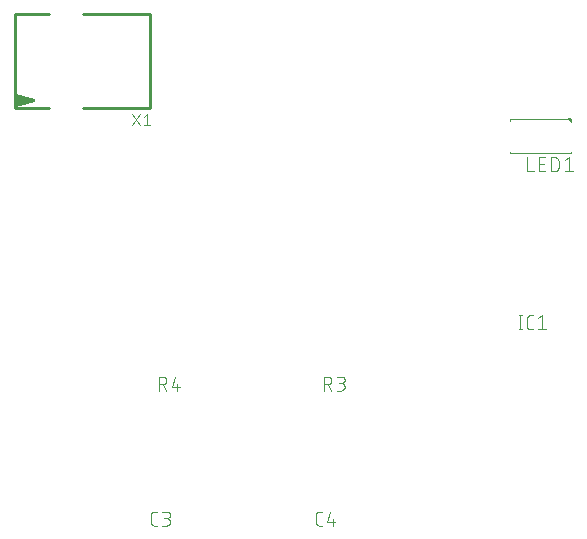
<source format=gbr>
G04 EAGLE Gerber RS-274X export*
G75*
%MOMM*%
%FSLAX34Y34*%
%LPD*%
%INSilkscreen Top*%
%IPPOS*%
%AMOC8*
5,1,8,0,0,1.08239X$1,22.5*%
G01*
%ADD10C,0.101600*%
%ADD11C,0.100000*%
%ADD12C,0.076200*%
%ADD13C,0.254000*%

G36*
X25424Y659394D02*
X25424Y659394D01*
X25516Y659391D01*
X25620Y659419D01*
X25692Y659428D01*
X41566Y664191D01*
X41686Y664246D01*
X41806Y664298D01*
X41814Y664305D01*
X41824Y664310D01*
X41923Y664396D01*
X42025Y664480D01*
X42031Y664489D01*
X42039Y664496D01*
X42111Y664606D01*
X42185Y664715D01*
X42188Y664725D01*
X42194Y664734D01*
X42232Y664860D01*
X42273Y664985D01*
X42274Y664995D01*
X42277Y665006D01*
X42279Y665138D01*
X42284Y665269D01*
X42281Y665279D01*
X42281Y665290D01*
X42247Y665417D01*
X42215Y665545D01*
X42209Y665554D01*
X42207Y665564D01*
X42138Y665676D01*
X42072Y665790D01*
X42064Y665798D01*
X42059Y665807D01*
X41962Y665896D01*
X41867Y665987D01*
X41858Y665992D01*
X41849Y665999D01*
X41595Y666126D01*
X41578Y666129D01*
X41566Y666135D01*
X25692Y670897D01*
X25629Y670907D01*
X25568Y670926D01*
X25489Y670928D01*
X25411Y670940D01*
X25347Y670932D01*
X25284Y670934D01*
X25207Y670914D01*
X25129Y670903D01*
X25070Y670878D01*
X25009Y670862D01*
X24941Y670821D01*
X24868Y670790D01*
X24819Y670749D01*
X24764Y670717D01*
X24710Y670659D01*
X24649Y670608D01*
X24613Y670556D01*
X24570Y670509D01*
X24534Y670439D01*
X24489Y670373D01*
X24469Y670313D01*
X24440Y670256D01*
X24429Y670191D01*
X24401Y670103D01*
X24397Y669996D01*
X24385Y669925D01*
X24385Y660400D01*
X24394Y660337D01*
X24393Y660273D01*
X24414Y660197D01*
X24425Y660119D01*
X24451Y660060D01*
X24467Y659999D01*
X24509Y659931D01*
X24541Y659859D01*
X24582Y659810D01*
X24615Y659756D01*
X24673Y659702D01*
X24725Y659642D01*
X24778Y659607D01*
X24825Y659564D01*
X24895Y659528D01*
X24961Y659485D01*
X25022Y659465D01*
X25079Y659437D01*
X25157Y659423D01*
X25232Y659399D01*
X25296Y659397D01*
X25359Y659386D01*
X25424Y659394D01*
G37*
G36*
X495912Y646302D02*
X495912Y646302D01*
X495917Y646301D01*
X496008Y646323D01*
X496102Y646344D01*
X496106Y646346D01*
X496110Y646347D01*
X496186Y646403D01*
X496265Y646459D01*
X496267Y646462D01*
X496270Y646465D01*
X496319Y646547D01*
X496369Y646628D01*
X496369Y646632D01*
X496372Y646636D01*
X496399Y646800D01*
X496399Y649500D01*
X496398Y649508D01*
X496399Y649517D01*
X496378Y649605D01*
X496360Y649695D01*
X496355Y649702D01*
X496353Y649710D01*
X496299Y649783D01*
X496247Y649859D01*
X496240Y649863D01*
X496235Y649870D01*
X496157Y649917D01*
X496080Y649966D01*
X496071Y649967D01*
X496064Y649972D01*
X495900Y649999D01*
X493200Y649999D01*
X493196Y649998D01*
X493192Y649999D01*
X493098Y649979D01*
X493005Y649960D01*
X493002Y649957D01*
X492998Y649956D01*
X492920Y649901D01*
X492841Y649847D01*
X492839Y649844D01*
X492836Y649841D01*
X492786Y649760D01*
X492734Y649680D01*
X492733Y649675D01*
X492731Y649672D01*
X492717Y649578D01*
X492701Y649483D01*
X492702Y649479D01*
X492701Y649475D01*
X492725Y649383D01*
X492747Y649290D01*
X492750Y649287D01*
X492751Y649283D01*
X492847Y649147D01*
X495547Y646447D01*
X495551Y646445D01*
X495553Y646441D01*
X495633Y646390D01*
X495713Y646337D01*
X495717Y646336D01*
X495720Y646334D01*
X495814Y646318D01*
X495908Y646301D01*
X495912Y646302D01*
G37*
D10*
X145401Y305308D02*
X142804Y305308D01*
X142705Y305310D01*
X142605Y305316D01*
X142506Y305325D01*
X142408Y305338D01*
X142310Y305355D01*
X142212Y305376D01*
X142116Y305401D01*
X142021Y305429D01*
X141927Y305461D01*
X141834Y305496D01*
X141742Y305535D01*
X141652Y305578D01*
X141564Y305623D01*
X141477Y305673D01*
X141393Y305725D01*
X141310Y305781D01*
X141230Y305839D01*
X141152Y305901D01*
X141077Y305966D01*
X141004Y306034D01*
X140934Y306104D01*
X140866Y306177D01*
X140801Y306252D01*
X140739Y306330D01*
X140681Y306410D01*
X140625Y306493D01*
X140573Y306577D01*
X140523Y306664D01*
X140478Y306752D01*
X140435Y306842D01*
X140396Y306934D01*
X140361Y307027D01*
X140329Y307121D01*
X140301Y307216D01*
X140276Y307312D01*
X140255Y307410D01*
X140238Y307508D01*
X140225Y307606D01*
X140216Y307705D01*
X140210Y307805D01*
X140208Y307904D01*
X140208Y314396D01*
X140210Y314495D01*
X140216Y314595D01*
X140225Y314694D01*
X140238Y314792D01*
X140255Y314890D01*
X140276Y314988D01*
X140301Y315084D01*
X140329Y315179D01*
X140361Y315273D01*
X140396Y315366D01*
X140435Y315458D01*
X140478Y315548D01*
X140523Y315636D01*
X140573Y315723D01*
X140625Y315807D01*
X140681Y315890D01*
X140739Y315970D01*
X140801Y316048D01*
X140866Y316123D01*
X140934Y316196D01*
X141004Y316266D01*
X141077Y316334D01*
X141152Y316399D01*
X141230Y316461D01*
X141310Y316519D01*
X141393Y316575D01*
X141477Y316627D01*
X141564Y316677D01*
X141652Y316722D01*
X141742Y316765D01*
X141834Y316804D01*
X141926Y316839D01*
X142021Y316871D01*
X142116Y316899D01*
X142212Y316924D01*
X142310Y316945D01*
X142408Y316962D01*
X142506Y316975D01*
X142605Y316984D01*
X142705Y316990D01*
X142804Y316992D01*
X145401Y316992D01*
X149766Y305308D02*
X153012Y305308D01*
X153125Y305310D01*
X153238Y305316D01*
X153351Y305326D01*
X153464Y305340D01*
X153576Y305357D01*
X153687Y305379D01*
X153797Y305404D01*
X153907Y305434D01*
X154015Y305467D01*
X154122Y305504D01*
X154228Y305544D01*
X154332Y305589D01*
X154435Y305637D01*
X154536Y305688D01*
X154635Y305743D01*
X154732Y305801D01*
X154827Y305863D01*
X154920Y305928D01*
X155010Y305996D01*
X155098Y306067D01*
X155184Y306142D01*
X155267Y306219D01*
X155347Y306299D01*
X155424Y306382D01*
X155499Y306468D01*
X155570Y306556D01*
X155638Y306646D01*
X155703Y306739D01*
X155765Y306834D01*
X155823Y306931D01*
X155878Y307030D01*
X155929Y307131D01*
X155977Y307234D01*
X156022Y307338D01*
X156062Y307444D01*
X156099Y307551D01*
X156132Y307659D01*
X156162Y307769D01*
X156187Y307879D01*
X156209Y307990D01*
X156226Y308102D01*
X156240Y308215D01*
X156250Y308328D01*
X156256Y308441D01*
X156258Y308554D01*
X156256Y308667D01*
X156250Y308780D01*
X156240Y308893D01*
X156226Y309006D01*
X156209Y309118D01*
X156187Y309229D01*
X156162Y309339D01*
X156132Y309449D01*
X156099Y309557D01*
X156062Y309664D01*
X156022Y309770D01*
X155977Y309874D01*
X155929Y309977D01*
X155878Y310078D01*
X155823Y310177D01*
X155765Y310274D01*
X155703Y310369D01*
X155638Y310462D01*
X155570Y310552D01*
X155499Y310640D01*
X155424Y310726D01*
X155347Y310809D01*
X155267Y310889D01*
X155184Y310966D01*
X155098Y311041D01*
X155010Y311112D01*
X154920Y311180D01*
X154827Y311245D01*
X154732Y311307D01*
X154635Y311365D01*
X154536Y311420D01*
X154435Y311471D01*
X154332Y311519D01*
X154228Y311564D01*
X154122Y311604D01*
X154015Y311641D01*
X153907Y311674D01*
X153797Y311704D01*
X153687Y311729D01*
X153576Y311751D01*
X153464Y311768D01*
X153351Y311782D01*
X153238Y311792D01*
X153125Y311798D01*
X153012Y311800D01*
X153661Y316992D02*
X149766Y316992D01*
X153661Y316992D02*
X153762Y316990D01*
X153862Y316984D01*
X153962Y316974D01*
X154062Y316961D01*
X154161Y316943D01*
X154260Y316922D01*
X154357Y316897D01*
X154454Y316868D01*
X154549Y316835D01*
X154643Y316799D01*
X154735Y316759D01*
X154826Y316716D01*
X154915Y316669D01*
X155002Y316619D01*
X155088Y316565D01*
X155171Y316508D01*
X155251Y316448D01*
X155330Y316385D01*
X155406Y316318D01*
X155479Y316249D01*
X155549Y316177D01*
X155617Y316103D01*
X155682Y316026D01*
X155743Y315946D01*
X155802Y315864D01*
X155857Y315780D01*
X155909Y315694D01*
X155958Y315606D01*
X156003Y315516D01*
X156045Y315424D01*
X156083Y315331D01*
X156117Y315236D01*
X156148Y315141D01*
X156175Y315044D01*
X156198Y314946D01*
X156218Y314847D01*
X156233Y314747D01*
X156245Y314647D01*
X156253Y314547D01*
X156257Y314446D01*
X156257Y314346D01*
X156253Y314245D01*
X156245Y314145D01*
X156233Y314045D01*
X156218Y313945D01*
X156198Y313846D01*
X156175Y313748D01*
X156148Y313651D01*
X156117Y313556D01*
X156083Y313461D01*
X156045Y313368D01*
X156003Y313276D01*
X155958Y313186D01*
X155909Y313098D01*
X155857Y313012D01*
X155802Y312928D01*
X155743Y312846D01*
X155682Y312766D01*
X155617Y312689D01*
X155549Y312615D01*
X155479Y312543D01*
X155406Y312474D01*
X155330Y312407D01*
X155251Y312344D01*
X155171Y312284D01*
X155088Y312227D01*
X155002Y312173D01*
X154915Y312123D01*
X154826Y312076D01*
X154735Y312033D01*
X154643Y311993D01*
X154549Y311957D01*
X154454Y311924D01*
X154357Y311895D01*
X154260Y311870D01*
X154161Y311849D01*
X154062Y311831D01*
X153962Y311818D01*
X153862Y311808D01*
X153762Y311802D01*
X153661Y311800D01*
X153661Y311799D02*
X151064Y311799D01*
X282504Y305308D02*
X285101Y305308D01*
X282504Y305308D02*
X282405Y305310D01*
X282305Y305316D01*
X282206Y305325D01*
X282108Y305338D01*
X282010Y305355D01*
X281912Y305376D01*
X281816Y305401D01*
X281721Y305429D01*
X281627Y305461D01*
X281534Y305496D01*
X281442Y305535D01*
X281352Y305578D01*
X281264Y305623D01*
X281177Y305673D01*
X281093Y305725D01*
X281010Y305781D01*
X280930Y305839D01*
X280852Y305901D01*
X280777Y305966D01*
X280704Y306034D01*
X280634Y306104D01*
X280566Y306177D01*
X280501Y306252D01*
X280439Y306330D01*
X280381Y306410D01*
X280325Y306493D01*
X280273Y306577D01*
X280223Y306664D01*
X280178Y306752D01*
X280135Y306842D01*
X280096Y306934D01*
X280061Y307027D01*
X280029Y307121D01*
X280001Y307216D01*
X279976Y307312D01*
X279955Y307410D01*
X279938Y307508D01*
X279925Y307606D01*
X279916Y307705D01*
X279910Y307805D01*
X279908Y307904D01*
X279908Y314396D01*
X279910Y314495D01*
X279916Y314595D01*
X279925Y314694D01*
X279938Y314792D01*
X279955Y314890D01*
X279976Y314988D01*
X280001Y315084D01*
X280029Y315179D01*
X280061Y315273D01*
X280096Y315366D01*
X280135Y315458D01*
X280178Y315548D01*
X280223Y315636D01*
X280273Y315723D01*
X280325Y315807D01*
X280381Y315890D01*
X280439Y315970D01*
X280501Y316048D01*
X280566Y316123D01*
X280634Y316196D01*
X280704Y316266D01*
X280777Y316334D01*
X280852Y316399D01*
X280930Y316461D01*
X281010Y316519D01*
X281093Y316575D01*
X281177Y316627D01*
X281264Y316677D01*
X281352Y316722D01*
X281442Y316765D01*
X281534Y316804D01*
X281626Y316839D01*
X281721Y316871D01*
X281816Y316899D01*
X281912Y316924D01*
X282010Y316945D01*
X282108Y316962D01*
X282206Y316975D01*
X282305Y316984D01*
X282405Y316990D01*
X282504Y316992D01*
X285101Y316992D01*
X292063Y316992D02*
X289466Y307904D01*
X295957Y307904D01*
X294010Y310501D02*
X294010Y305308D01*
X452656Y471678D02*
X452656Y483362D01*
X451358Y471678D02*
X453954Y471678D01*
X453954Y483362D02*
X451358Y483362D01*
X461118Y471678D02*
X463714Y471678D01*
X461118Y471678D02*
X461019Y471680D01*
X460919Y471686D01*
X460820Y471695D01*
X460722Y471708D01*
X460624Y471725D01*
X460526Y471746D01*
X460430Y471771D01*
X460335Y471799D01*
X460241Y471831D01*
X460148Y471866D01*
X460056Y471905D01*
X459966Y471948D01*
X459878Y471993D01*
X459791Y472043D01*
X459707Y472095D01*
X459624Y472151D01*
X459544Y472209D01*
X459466Y472271D01*
X459391Y472336D01*
X459318Y472404D01*
X459248Y472474D01*
X459180Y472547D01*
X459115Y472622D01*
X459053Y472700D01*
X458995Y472780D01*
X458939Y472863D01*
X458887Y472947D01*
X458837Y473034D01*
X458792Y473122D01*
X458749Y473212D01*
X458710Y473304D01*
X458675Y473397D01*
X458643Y473491D01*
X458615Y473586D01*
X458590Y473682D01*
X458569Y473780D01*
X458552Y473878D01*
X458539Y473976D01*
X458530Y474075D01*
X458524Y474175D01*
X458522Y474274D01*
X458521Y474274D02*
X458521Y480766D01*
X458522Y480766D02*
X458524Y480865D01*
X458530Y480965D01*
X458539Y481064D01*
X458552Y481162D01*
X458569Y481260D01*
X458590Y481358D01*
X458615Y481454D01*
X458643Y481549D01*
X458675Y481643D01*
X458710Y481736D01*
X458749Y481828D01*
X458792Y481918D01*
X458837Y482006D01*
X458887Y482093D01*
X458939Y482177D01*
X458995Y482260D01*
X459053Y482340D01*
X459115Y482418D01*
X459180Y482493D01*
X459248Y482566D01*
X459318Y482636D01*
X459391Y482704D01*
X459466Y482769D01*
X459544Y482831D01*
X459624Y482889D01*
X459707Y482945D01*
X459791Y482997D01*
X459878Y483047D01*
X459966Y483092D01*
X460056Y483135D01*
X460148Y483174D01*
X460240Y483209D01*
X460335Y483241D01*
X460430Y483269D01*
X460526Y483294D01*
X460624Y483315D01*
X460722Y483332D01*
X460820Y483345D01*
X460919Y483354D01*
X461019Y483360D01*
X461118Y483362D01*
X463714Y483362D01*
X468080Y480766D02*
X471325Y483362D01*
X471325Y471678D01*
X468080Y471678D02*
X474571Y471678D01*
D11*
X495900Y649500D02*
X443900Y649500D01*
X443900Y622000D02*
X443900Y620500D01*
X495900Y620500D01*
X495900Y622000D01*
X443900Y648000D02*
X443900Y649500D01*
D12*
X458784Y617119D02*
X458784Y605181D01*
X464089Y605181D01*
X468690Y605181D02*
X473995Y605181D01*
X468690Y605181D02*
X468690Y617119D01*
X473995Y617119D01*
X472669Y611813D02*
X468690Y611813D01*
X478576Y617119D02*
X478576Y605181D01*
X478576Y617119D02*
X481892Y617119D01*
X482005Y617117D01*
X482118Y617111D01*
X482231Y617102D01*
X482344Y617088D01*
X482455Y617071D01*
X482567Y617050D01*
X482677Y617025D01*
X482787Y616996D01*
X482895Y616964D01*
X483002Y616928D01*
X483108Y616888D01*
X483213Y616844D01*
X483316Y616798D01*
X483418Y616747D01*
X483517Y616693D01*
X483615Y616636D01*
X483711Y616576D01*
X483804Y616512D01*
X483896Y616445D01*
X483985Y616375D01*
X484071Y616302D01*
X484155Y616226D01*
X484237Y616148D01*
X484315Y616066D01*
X484391Y615982D01*
X484464Y615896D01*
X484534Y615807D01*
X484601Y615715D01*
X484665Y615622D01*
X484725Y615526D01*
X484782Y615428D01*
X484836Y615329D01*
X484887Y615227D01*
X484933Y615124D01*
X484977Y615019D01*
X485017Y614913D01*
X485053Y614806D01*
X485085Y614698D01*
X485114Y614588D01*
X485139Y614478D01*
X485160Y614366D01*
X485177Y614255D01*
X485191Y614142D01*
X485200Y614029D01*
X485206Y613916D01*
X485208Y613803D01*
X485208Y608497D01*
X485206Y608384D01*
X485200Y608271D01*
X485191Y608158D01*
X485177Y608045D01*
X485160Y607934D01*
X485139Y607822D01*
X485114Y607712D01*
X485085Y607602D01*
X485053Y607494D01*
X485017Y607387D01*
X484977Y607281D01*
X484933Y607176D01*
X484887Y607073D01*
X484836Y606971D01*
X484782Y606872D01*
X484725Y606774D01*
X484665Y606678D01*
X484601Y606585D01*
X484534Y606493D01*
X484464Y606404D01*
X484391Y606318D01*
X484315Y606234D01*
X484237Y606152D01*
X484155Y606074D01*
X484071Y605998D01*
X483985Y605925D01*
X483896Y605855D01*
X483804Y605788D01*
X483711Y605724D01*
X483615Y605664D01*
X483517Y605607D01*
X483418Y605553D01*
X483316Y605502D01*
X483213Y605456D01*
X483108Y605412D01*
X483002Y605372D01*
X482895Y605336D01*
X482787Y605304D01*
X482677Y605275D01*
X482567Y605250D01*
X482455Y605229D01*
X482344Y605212D01*
X482231Y605198D01*
X482118Y605189D01*
X482005Y605183D01*
X481892Y605181D01*
X478576Y605181D01*
X490387Y614466D02*
X493703Y617119D01*
X493703Y605181D01*
X490387Y605181D02*
X497019Y605181D01*
D10*
X286258Y431292D02*
X286258Y419608D01*
X286258Y431292D02*
X289504Y431292D01*
X289617Y431290D01*
X289730Y431284D01*
X289843Y431274D01*
X289956Y431260D01*
X290068Y431243D01*
X290179Y431221D01*
X290289Y431196D01*
X290399Y431166D01*
X290507Y431133D01*
X290614Y431096D01*
X290720Y431056D01*
X290824Y431011D01*
X290927Y430963D01*
X291028Y430912D01*
X291127Y430857D01*
X291224Y430799D01*
X291319Y430737D01*
X291412Y430672D01*
X291502Y430604D01*
X291590Y430533D01*
X291676Y430458D01*
X291759Y430381D01*
X291839Y430301D01*
X291916Y430218D01*
X291991Y430132D01*
X292062Y430044D01*
X292130Y429954D01*
X292195Y429861D01*
X292257Y429766D01*
X292315Y429669D01*
X292370Y429570D01*
X292421Y429469D01*
X292469Y429366D01*
X292514Y429262D01*
X292554Y429156D01*
X292591Y429049D01*
X292624Y428941D01*
X292654Y428831D01*
X292679Y428721D01*
X292701Y428610D01*
X292718Y428498D01*
X292732Y428385D01*
X292742Y428272D01*
X292748Y428159D01*
X292750Y428046D01*
X292748Y427933D01*
X292742Y427820D01*
X292732Y427707D01*
X292718Y427594D01*
X292701Y427482D01*
X292679Y427371D01*
X292654Y427261D01*
X292624Y427151D01*
X292591Y427043D01*
X292554Y426936D01*
X292514Y426830D01*
X292469Y426726D01*
X292421Y426623D01*
X292370Y426522D01*
X292315Y426423D01*
X292257Y426326D01*
X292195Y426231D01*
X292130Y426138D01*
X292062Y426048D01*
X291991Y425960D01*
X291916Y425874D01*
X291839Y425791D01*
X291759Y425711D01*
X291676Y425634D01*
X291590Y425559D01*
X291502Y425488D01*
X291412Y425420D01*
X291319Y425355D01*
X291224Y425293D01*
X291127Y425235D01*
X291028Y425180D01*
X290927Y425129D01*
X290824Y425081D01*
X290720Y425036D01*
X290614Y424996D01*
X290507Y424959D01*
X290399Y424926D01*
X290289Y424896D01*
X290179Y424871D01*
X290068Y424849D01*
X289956Y424832D01*
X289843Y424818D01*
X289730Y424808D01*
X289617Y424802D01*
X289504Y424800D01*
X289504Y424801D02*
X286258Y424801D01*
X290153Y424801D02*
X292749Y419608D01*
X297614Y419608D02*
X300860Y419608D01*
X300973Y419610D01*
X301086Y419616D01*
X301199Y419626D01*
X301312Y419640D01*
X301424Y419657D01*
X301535Y419679D01*
X301645Y419704D01*
X301755Y419734D01*
X301863Y419767D01*
X301970Y419804D01*
X302076Y419844D01*
X302180Y419889D01*
X302283Y419937D01*
X302384Y419988D01*
X302483Y420043D01*
X302580Y420101D01*
X302675Y420163D01*
X302768Y420228D01*
X302858Y420296D01*
X302946Y420367D01*
X303032Y420442D01*
X303115Y420519D01*
X303195Y420599D01*
X303272Y420682D01*
X303347Y420768D01*
X303418Y420856D01*
X303486Y420946D01*
X303551Y421039D01*
X303613Y421134D01*
X303671Y421231D01*
X303726Y421330D01*
X303777Y421431D01*
X303825Y421534D01*
X303870Y421638D01*
X303910Y421744D01*
X303947Y421851D01*
X303980Y421959D01*
X304010Y422069D01*
X304035Y422179D01*
X304057Y422290D01*
X304074Y422402D01*
X304088Y422515D01*
X304098Y422628D01*
X304104Y422741D01*
X304106Y422854D01*
X304104Y422967D01*
X304098Y423080D01*
X304088Y423193D01*
X304074Y423306D01*
X304057Y423418D01*
X304035Y423529D01*
X304010Y423639D01*
X303980Y423749D01*
X303947Y423857D01*
X303910Y423964D01*
X303870Y424070D01*
X303825Y424174D01*
X303777Y424277D01*
X303726Y424378D01*
X303671Y424477D01*
X303613Y424574D01*
X303551Y424669D01*
X303486Y424762D01*
X303418Y424852D01*
X303347Y424940D01*
X303272Y425026D01*
X303195Y425109D01*
X303115Y425189D01*
X303032Y425266D01*
X302946Y425341D01*
X302858Y425412D01*
X302768Y425480D01*
X302675Y425545D01*
X302580Y425607D01*
X302483Y425665D01*
X302384Y425720D01*
X302283Y425771D01*
X302180Y425819D01*
X302076Y425864D01*
X301970Y425904D01*
X301863Y425941D01*
X301755Y425974D01*
X301645Y426004D01*
X301535Y426029D01*
X301424Y426051D01*
X301312Y426068D01*
X301199Y426082D01*
X301086Y426092D01*
X300973Y426098D01*
X300860Y426100D01*
X301509Y431292D02*
X297614Y431292D01*
X301509Y431292D02*
X301610Y431290D01*
X301710Y431284D01*
X301810Y431274D01*
X301910Y431261D01*
X302009Y431243D01*
X302108Y431222D01*
X302205Y431197D01*
X302302Y431168D01*
X302397Y431135D01*
X302491Y431099D01*
X302583Y431059D01*
X302674Y431016D01*
X302763Y430969D01*
X302850Y430919D01*
X302936Y430865D01*
X303019Y430808D01*
X303099Y430748D01*
X303178Y430685D01*
X303254Y430618D01*
X303327Y430549D01*
X303397Y430477D01*
X303465Y430403D01*
X303530Y430326D01*
X303591Y430246D01*
X303650Y430164D01*
X303705Y430080D01*
X303757Y429994D01*
X303806Y429906D01*
X303851Y429816D01*
X303893Y429724D01*
X303931Y429631D01*
X303965Y429536D01*
X303996Y429441D01*
X304023Y429344D01*
X304046Y429246D01*
X304066Y429147D01*
X304081Y429047D01*
X304093Y428947D01*
X304101Y428847D01*
X304105Y428746D01*
X304105Y428646D01*
X304101Y428545D01*
X304093Y428445D01*
X304081Y428345D01*
X304066Y428245D01*
X304046Y428146D01*
X304023Y428048D01*
X303996Y427951D01*
X303965Y427856D01*
X303931Y427761D01*
X303893Y427668D01*
X303851Y427576D01*
X303806Y427486D01*
X303757Y427398D01*
X303705Y427312D01*
X303650Y427228D01*
X303591Y427146D01*
X303530Y427066D01*
X303465Y426989D01*
X303397Y426915D01*
X303327Y426843D01*
X303254Y426774D01*
X303178Y426707D01*
X303099Y426644D01*
X303019Y426584D01*
X302936Y426527D01*
X302850Y426473D01*
X302763Y426423D01*
X302674Y426376D01*
X302583Y426333D01*
X302491Y426293D01*
X302397Y426257D01*
X302302Y426224D01*
X302205Y426195D01*
X302108Y426170D01*
X302009Y426149D01*
X301910Y426131D01*
X301810Y426118D01*
X301710Y426108D01*
X301610Y426102D01*
X301509Y426100D01*
X301509Y426099D02*
X298913Y426099D01*
X146558Y431292D02*
X146558Y419608D01*
X146558Y431292D02*
X149804Y431292D01*
X149917Y431290D01*
X150030Y431284D01*
X150143Y431274D01*
X150256Y431260D01*
X150368Y431243D01*
X150479Y431221D01*
X150589Y431196D01*
X150699Y431166D01*
X150807Y431133D01*
X150914Y431096D01*
X151020Y431056D01*
X151124Y431011D01*
X151227Y430963D01*
X151328Y430912D01*
X151427Y430857D01*
X151524Y430799D01*
X151619Y430737D01*
X151712Y430672D01*
X151802Y430604D01*
X151890Y430533D01*
X151976Y430458D01*
X152059Y430381D01*
X152139Y430301D01*
X152216Y430218D01*
X152291Y430132D01*
X152362Y430044D01*
X152430Y429954D01*
X152495Y429861D01*
X152557Y429766D01*
X152615Y429669D01*
X152670Y429570D01*
X152721Y429469D01*
X152769Y429366D01*
X152814Y429262D01*
X152854Y429156D01*
X152891Y429049D01*
X152924Y428941D01*
X152954Y428831D01*
X152979Y428721D01*
X153001Y428610D01*
X153018Y428498D01*
X153032Y428385D01*
X153042Y428272D01*
X153048Y428159D01*
X153050Y428046D01*
X153048Y427933D01*
X153042Y427820D01*
X153032Y427707D01*
X153018Y427594D01*
X153001Y427482D01*
X152979Y427371D01*
X152954Y427261D01*
X152924Y427151D01*
X152891Y427043D01*
X152854Y426936D01*
X152814Y426830D01*
X152769Y426726D01*
X152721Y426623D01*
X152670Y426522D01*
X152615Y426423D01*
X152557Y426326D01*
X152495Y426231D01*
X152430Y426138D01*
X152362Y426048D01*
X152291Y425960D01*
X152216Y425874D01*
X152139Y425791D01*
X152059Y425711D01*
X151976Y425634D01*
X151890Y425559D01*
X151802Y425488D01*
X151712Y425420D01*
X151619Y425355D01*
X151524Y425293D01*
X151427Y425235D01*
X151328Y425180D01*
X151227Y425129D01*
X151124Y425081D01*
X151020Y425036D01*
X150914Y424996D01*
X150807Y424959D01*
X150699Y424926D01*
X150589Y424896D01*
X150479Y424871D01*
X150368Y424849D01*
X150256Y424832D01*
X150143Y424818D01*
X150030Y424808D01*
X149917Y424802D01*
X149804Y424800D01*
X149804Y424801D02*
X146558Y424801D01*
X150453Y424801D02*
X153049Y419608D01*
X157914Y422204D02*
X160511Y431292D01*
X157914Y422204D02*
X164405Y422204D01*
X162458Y424801D02*
X162458Y419608D01*
D13*
X25400Y658812D02*
X25400Y738188D01*
X25400Y658812D02*
X53975Y658812D01*
X53975Y738188D02*
X25400Y738188D01*
X82550Y658812D02*
X139700Y658812D01*
X139700Y738188D01*
X82550Y738188D01*
D10*
X130556Y653542D02*
X124460Y644398D01*
X130556Y644398D02*
X124460Y653542D01*
X134112Y651510D02*
X136652Y653542D01*
X136652Y644398D01*
X134112Y644398D02*
X139192Y644398D01*
M02*

</source>
